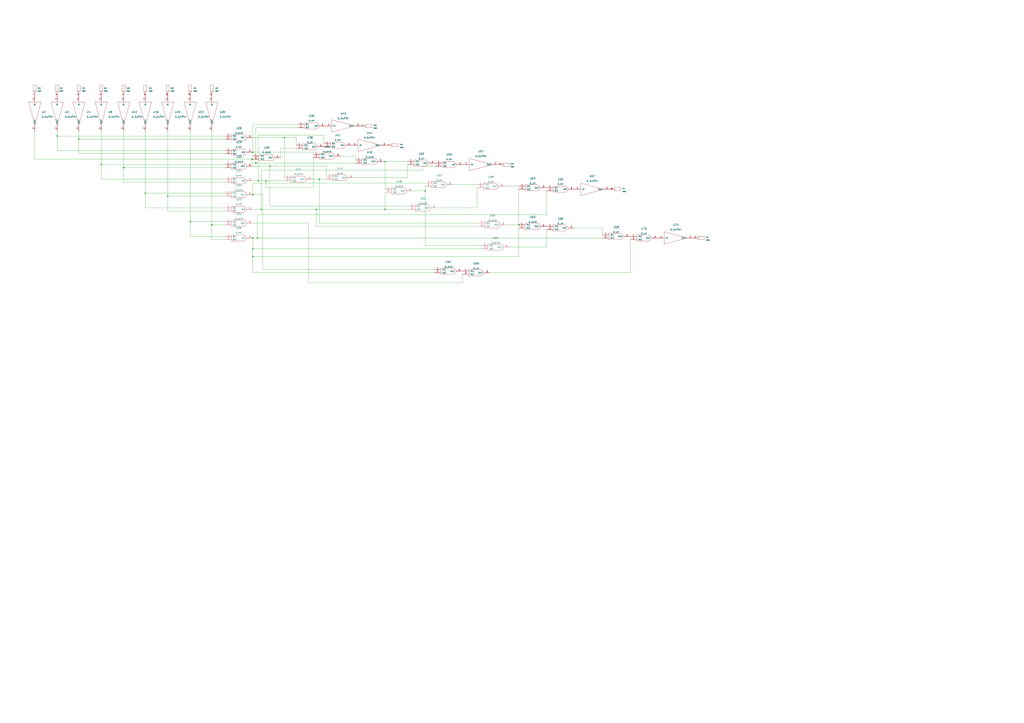
<source format=kicad_sch>
(kicad_sch (version 20211123) (generator eeschema)
  (paper "A1")
  (lib_symbols
    (symbol "eSim_Digital:d_and" (pin_names (offset 1.016))
      (property "Reference" "U" (at 0 0 0))
      (property "Value" "d_and" (at 1.27 2.54 0))
      (symbol "d_and_0_1"
        (polyline (pts (xy 3.81 -1.27) (xy -6.35 -1.27) (xy -6.35 3.81) (xy 3.81 3.81)))
        (arc (start 3.81 -1.27) (mid 5.5897 -0.5171) (end 6.35 1.27))
        (arc (start 6.35 1.27) (mid 5.5971 3.0497) (end 3.81 3.81))
      )
      (symbol "d_and_1_1"
        (pin input line (at -11.43 2.54 0) (length 5.08) (name "IN1") (number "1"))
        (pin input line (at -11.43 0 0) (length 5.08) (name "IN2") (number "2"))
        (pin output line (at 11.43 1.27 180) (length 5.08) (name "OUT") (number "3"))
      )
    )
    (symbol "eSim_Digital:d_buffer" (pin_names (offset 1.016))
      (property "Reference" "U" (at 0 -1.27 0))
      (property "Value" "d_buffer" (at 0 1.27 0))
      (symbol "d_buffer_0_1"
        (polyline (pts (xy -7.62 5.08) (xy -7.62 -5.08) (xy 11.43 0) (xy -7.62 5.08)))
      )
      (symbol "d_buffer_1_1"
        (pin input line (at -12.7 0 0) (length 5.08) (name "IN") (number "1"))
        (pin output line (at 16.51 0 180) (length 5.08) (name "OUT") (number "2"))
      )
    )
    (symbol "eSim_Digital:d_or" (pin_names (offset 1.016))
      (property "Reference" "U" (at 0 0 0))
      (property "Value" "d_or" (at 0 2.54 0))
      (symbol "d_or_0_1"
        (arc (start -6.35 -1.27) (mid -5.7504 1.27) (end -6.35 3.81))
        (polyline (pts (xy -6.35 -1.27) (xy 3.81 -1.27)))
        (polyline (pts (xy -6.35 3.81) (xy 3.81 3.81)))
        (arc (start 3.81 -1.27) (mid 5.3181 -0.2399) (end 6.35 1.27))
        (arc (start 6.35 1.27) (mid 5.2222 2.6828) (end 3.81 3.81))
      )
      (symbol "d_or_1_1"
        (pin input line (at -11.43 2.54 0) (length 5.461) (name "IN1") (number "1"))
        (pin input line (at -11.43 0 0) (length 5.461) (name "IN2") (number "2"))
        (pin output line (at 11.43 1.27 180) (length 5.08) (name "OUT") (number "3"))
      )
    )
    (symbol "eSim_Digital:d_xor" (pin_names (offset 1.016))
      (property "Reference" "U" (at 0 0 0))
      (property "Value" "d_xor" (at 1.27 2.54 0))
      (symbol "d_xor_0_1"
        (arc (start -6.35 -1.27) (mid -5.7504 1.27) (end -6.35 3.81))
        (arc (start -5.08 -1.27) (mid -4.3109 1.27) (end -5.08 3.81))
        (polyline (pts (xy 3.81 -1.27) (xy -5.08 -1.27)))
        (polyline (pts (xy 3.81 3.81) (xy -5.08 3.81)))
        (arc (start 3.81 -1.27) (mid 5.3181 -0.2399) (end 6.35 1.27))
        (arc (start 6.35 1.27) (mid 5.2222 2.6828) (end 3.81 3.81))
      )
      (symbol "d_xor_1_1"
        (pin input line (at -11.43 2.54 0) (length 5.461) (name "IN1") (number "1"))
        (pin input line (at -11.43 0 0) (length 5.461) (name "IN2") (number "2"))
        (pin output line (at 11.43 1.27 180) (length 5.08) (name "OUT") (number "3"))
      )
    )
    (symbol "eSim_Miscellaneous:PORT" (pin_names (offset 1.016))
      (property "Reference" "U" (at 1.27 2.54 0))
      (property "Value" "PORT" (at 0 0 0))
      (symbol "PORT_0_1"
        (rectangle (start -2.54 1.27) (end 2.54 -1.27))
        (arc (start 2.54 1.27) (mid 3.1355 0.5955) (end 3.81 0))
        (arc (start 3.81 0) (mid 3.1447 -0.6046) (end 2.54 -1.27))
      )
      (symbol "PORT_1_1"
        (pin bidirectional line (at 6.35 0 180) (length 2.54) (name "~") (number "1"))
      )
      (symbol "PORT_2_1"
        (pin bidirectional line (at 6.35 0 180) (length 2.54) (name "~") (number "2"))
      )
      (symbol "PORT_3_1"
        (pin bidirectional line (at 6.35 0 180) (length 2.54) (name "~") (number "3"))
      )
      (symbol "PORT_4_1"
        (pin bidirectional line (at 6.35 0 180) (length 2.54) (name "~") (number "4"))
      )
      (symbol "PORT_5_1"
        (pin bidirectional line (at 6.35 0 180) (length 2.54) (name "~") (number "5"))
      )
      (symbol "PORT_6_1"
        (pin bidirectional line (at 6.35 0 180) (length 2.54) (name "~") (number "6"))
      )
      (symbol "PORT_7_1"
        (pin bidirectional line (at 6.35 0 180) (length 2.54) (name "~") (number "7"))
      )
      (symbol "PORT_8_1"
        (pin bidirectional line (at 6.35 0 180) (length 2.54) (name "~") (number "8"))
      )
      (symbol "PORT_9_1"
        (pin bidirectional line (at 6.35 0 180) (length 2.54) (name "~") (number "9"))
      )
      (symbol "PORT_10_1"
        (pin bidirectional line (at 6.35 0 180) (length 2.54) (name "~") (number "10"))
      )
      (symbol "PORT_11_1"
        (pin bidirectional line (at 6.35 0 180) (length 2.54) (name "~") (number "11"))
      )
      (symbol "PORT_12_1"
        (pin bidirectional line (at 6.35 0 180) (length 2.54) (name "~") (number "12"))
      )
      (symbol "PORT_13_1"
        (pin bidirectional line (at 6.35 0 180) (length 2.54) (name "~") (number "13"))
      )
      (symbol "PORT_14_1"
        (pin bidirectional line (at 6.35 0 180) (length 2.54) (name "~") (number "14"))
      )
      (symbol "PORT_15_1"
        (pin bidirectional line (at 6.35 0 180) (length 2.54) (name "~") (number "15"))
      )
      (symbol "PORT_16_1"
        (pin bidirectional line (at 6.35 0 180) (length 2.54) (name "~") (number "16"))
      )
      (symbol "PORT_17_1"
        (pin bidirectional line (at 6.35 0 180) (length 2.54) (name "~") (number "17"))
      )
      (symbol "PORT_18_1"
        (pin bidirectional line (at 6.35 0 180) (length 2.54) (name "~") (number "18"))
      )
      (symbol "PORT_19_1"
        (pin bidirectional line (at 6.35 0 180) (length 2.54) (name "~") (number "19"))
      )
      (symbol "PORT_20_1"
        (pin bidirectional line (at 6.35 0 180) (length 2.54) (name "~") (number "20"))
      )
      (symbol "PORT_21_1"
        (pin bidirectional line (at 6.35 0 180) (length 2.54) (name "~") (number "21"))
      )
      (symbol "PORT_22_1"
        (pin bidirectional line (at 6.35 0 180) (length 2.54) (name "~") (number "22"))
      )
      (symbol "PORT_23_1"
        (pin bidirectional line (at 6.35 0 180) (length 2.54) (name "~") (number "23"))
      )
      (symbol "PORT_24_1"
        (pin bidirectional line (at 6.35 0 180) (length 2.54) (name "~") (number "24"))
      )
      (symbol "PORT_25_1"
        (pin bidirectional line (at 6.35 0 180) (length 2.54) (name "~") (number "25"))
      )
      (symbol "PORT_26_1"
        (pin bidirectional line (at 6.35 0 180) (length 2.54) (name "~") (number "26"))
      )
    )
  )
  (junction (at 262.255 147.32))
  (junction (at 207.645 210.82))
  (junction (at 218.44 148.59))
  (junction (at 83.185 135.255))
  (junction (at 221.615 136.525))
  (junction (at 119.38 158.75))
  (junction (at 64.77 114.3))
  (junction (at 207.645 195.58))
  (junction (at 212.09 148.59))
  (junction (at 173.99 184.785))
  (junction (at 210.185 133.985))
  (junction (at 207.01 130.81))
  (junction (at 207.645 125.095))
  (junction (at 46.99 111.76))
  (junction (at 156.21 182.245))
  (junction (at 101.6 137.795))
  (junction (at 207.645 204.47))
  (junction (at 316.23 172.085))
  (junction (at 316.23 132.715))
  (junction (at 426.085 184.785))
  (junction (at 349.25 156.845))
  (junction (at 259.715 172.085))
  (junction (at 137.795 161.29))
  (junction (at 211.455 195.58))
  (junction (at 233.68 113.03))
  (junction (at 207.645 160.02))
  (junction (at 214.63 172.085))
  (wire (pts (xy 184.785 126.365) (xy 64.77 126.365)))
  (wire (pts (xy 262.255 147.32) (xy 256.54 147.32)))
  (wire (pts (xy 207.645 195.58) (xy 207.645 204.47)))
  (wire (pts (xy 316.23 132.715) (xy 314.96 132.715)))
  (wire (pts (xy 426.085 153.035) (xy 414.655 153.035)))
  (wire (pts (xy 218.44 154.305) (xy 218.44 148.59)))
  (wire (pts (xy 395.605 201.93) (xy 349.25 201.93)))
  (wire (pts (xy 212.09 148.59) (xy 218.44 148.59)))
  (wire (pts (xy 257.175 129.54) (xy 257.175 154.305)))
  (wire (pts (xy 316.23 158.115) (xy 316.23 172.085)))
  (wire (pts (xy 156.21 182.245) (xy 156.21 194.31)))
  (wire (pts (xy 184.785 111.76) (xy 46.99 111.76)))
  (wire (pts (xy 253.365 183.515) (xy 253.365 232.41)))
  (wire (pts (xy 349.25 153.035) (xy 349.25 156.845)))
  (wire (pts (xy 253.365 232.41) (xy 379.73 232.41)))
  (wire (pts (xy 316.23 172.085) (xy 335.915 172.085)))
  (wire (pts (xy 415.925 184.785) (xy 426.085 184.785)))
  (wire (pts (xy 207.645 136.525) (xy 221.615 136.525)))
  (wire (pts (xy 184.785 170.815) (xy 119.38 170.815)))
  (wire (pts (xy 267.97 147.32) (xy 262.255 147.32)))
  (wire (pts (xy 184.785 184.785) (xy 173.99 184.785)))
  (wire (pts (xy 262.255 147.32) (xy 262.255 183.515)))
  (wire (pts (xy 46.99 107.95) (xy 46.99 111.76)))
  (wire (pts (xy 262.255 183.515) (xy 393.065 183.515)))
  (wire (pts (xy 426.085 187.325) (xy 426.085 210.82)))
  (wire (pts (xy 379.73 225.425) (xy 379.73 232.41)))
  (wire (pts (xy 210.185 133.985) (xy 292.1 133.985)))
  (wire (pts (xy 267.97 136.525) (xy 267.97 144.78)))
  (wire (pts (xy 207.645 172.085) (xy 214.63 172.085)))
  (wire (pts (xy 494.665 187.325) (xy 494.665 193.04)))
  (wire (pts (xy 257.175 127) (xy 257.175 125.095)))
  (wire (pts (xy 230.505 129.54) (xy 230.505 121.92)))
  (wire (pts (xy 214.63 172.085) (xy 259.715 172.085)))
  (wire (pts (xy 259.715 172.085) (xy 316.23 172.085)))
  (wire (pts (xy 184.785 161.29) (xy 137.795 161.29)))
  (wire (pts (xy 207.645 183.515) (xy 253.365 183.515)))
  (wire (pts (xy 119.38 158.75) (xy 119.38 170.815)))
  (wire (pts (xy 101.6 107.95) (xy 101.6 137.795)))
  (wire (pts (xy 83.185 135.255) (xy 83.185 147.32)))
  (wire (pts (xy 207.01 130.81) (xy 28.575 130.81)))
  (wire (pts (xy 334.645 146.05) (xy 334.645 135.255)))
  (wire (pts (xy 335.915 169.545) (xy 221.615 169.545)))
  (wire (pts (xy 46.99 111.76) (xy 46.99 123.825)))
  (wire (pts (xy 207.645 102.235) (xy 207.645 125.095)))
  (wire (pts (xy 316.23 132.715) (xy 316.23 155.575)))
  (wire (pts (xy 119.38 107.95) (xy 119.38 158.75)))
  (wire (pts (xy 357.505 136.525) (xy 347.345 136.525)))
  (wire (pts (xy 233.68 113.03) (xy 233.68 146.05)))
  (wire (pts (xy 184.785 158.75) (xy 119.38 158.75)))
  (wire (pts (xy 215.9 221.615) (xy 215.9 160.02)))
  (wire (pts (xy 184.785 194.31) (xy 156.21 194.31)))
  (wire (pts (xy 244.475 104.775) (xy 210.185 104.775)))
  (wire (pts (xy 230.505 121.92) (xy 243.205 121.92)))
  (wire (pts (xy 280.035 128.27) (xy 292.1 128.27)))
  (wire (pts (xy 244.475 102.235) (xy 207.645 102.235)))
  (wire (pts (xy 292.1 128.27) (xy 292.1 131.445)))
  (wire (pts (xy 391.795 151.765) (xy 372.11 151.765)))
  (wire (pts (xy 426.085 184.785) (xy 426.085 155.575)))
  (wire (pts (xy 448.945 176.53) (xy 211.455 176.53)))
  (wire (pts (xy 184.785 123.825) (xy 46.99 123.825)))
  (wire (pts (xy 64.77 107.95) (xy 64.77 114.3)))
  (wire (pts (xy 517.525 224.155) (xy 517.525 196.85)))
  (wire (pts (xy 221.615 169.545) (xy 221.615 136.525)))
  (wire (pts (xy 259.715 186.055) (xy 259.715 172.085)))
  (wire (pts (xy 207.645 113.03) (xy 233.68 113.03)))
  (wire (pts (xy 418.465 203.2) (xy 448.945 203.2)))
  (wire (pts (xy 211.455 195.58) (xy 494.665 195.58)))
  (wire (pts (xy 243.205 113.03) (xy 243.205 119.38)))
  (wire (pts (xy 448.945 156.845) (xy 448.945 176.53)))
  (wire (pts (xy 290.83 146.05) (xy 334.645 146.05)))
  (wire (pts (xy 347.345 136.525) (xy 347.345 139.7)))
  (wire (pts (xy 214.63 139.7) (xy 214.63 172.085)))
  (wire (pts (xy 395.605 204.47) (xy 207.645 204.47)))
  (wire (pts (xy 64.77 114.3) (xy 64.77 126.365)))
  (wire (pts (xy 207.645 125.095) (xy 257.175 125.095)))
  (wire (pts (xy 347.345 139.7) (xy 214.63 139.7)))
  (wire (pts (xy 207.645 210.82) (xy 207.645 224.155)))
  (wire (pts (xy 349.25 150.495) (xy 207.645 150.495)))
  (wire (pts (xy 266.065 111.125) (xy 212.09 111.125)))
  (wire (pts (xy 156.21 107.95) (xy 156.21 182.245)))
  (wire (pts (xy 339.09 156.845) (xy 349.25 156.845)))
  (wire (pts (xy 64.77 114.3) (xy 184.785 114.3)))
  (wire (pts (xy 402.59 224.155) (xy 517.525 224.155)))
  (wire (pts (xy 334.645 132.715) (xy 316.23 132.715)))
  (wire (pts (xy 184.785 137.795) (xy 101.6 137.795)))
  (wire (pts (xy 207.01 133.985) (xy 210.185 133.985)))
  (wire (pts (xy 184.785 196.85) (xy 173.99 196.85)))
  (wire (pts (xy 356.87 224.155) (xy 207.645 224.155)))
  (wire (pts (xy 211.455 176.53) (xy 211.455 195.58)))
  (wire (pts (xy 391.795 170.815) (xy 391.795 154.305)))
  (wire (pts (xy 207.645 150.495) (xy 207.645 160.02)))
  (wire (pts (xy 471.805 187.325) (xy 494.665 187.325)))
  (wire (pts (xy 173.99 107.95) (xy 173.99 184.785)))
  (wire (pts (xy 233.68 113.03) (xy 243.205 113.03)))
  (wire (pts (xy 207.645 148.59) (xy 212.09 148.59)))
  (wire (pts (xy 207.645 130.81) (xy 207.01 130.81)))
  (wire (pts (xy 207.01 130.81) (xy 207.01 133.985)))
  (wire (pts (xy 137.795 161.29) (xy 137.795 173.355)))
  (wire (pts (xy 426.085 210.82) (xy 207.645 210.82)))
  (wire (pts (xy 28.575 107.95) (xy 28.575 130.81)))
  (wire (pts (xy 221.615 136.525) (xy 267.97 136.525)))
  (wire (pts (xy 266.065 111.125) (xy 266.065 118.11)))
  (wire (pts (xy 218.44 148.59) (xy 233.68 148.59)))
  (wire (pts (xy 137.795 107.95) (xy 137.795 161.29)))
  (wire (pts (xy 101.6 137.795) (xy 101.6 149.86)))
  (wire (pts (xy 184.785 135.255) (xy 83.185 135.255)))
  (wire (pts (xy 184.785 147.32) (xy 83.185 147.32)))
  (wire (pts (xy 184.785 173.355) (xy 137.795 173.355)))
  (wire (pts (xy 356.87 221.615) (xy 215.9 221.615)))
  (wire (pts (xy 173.99 184.785) (xy 173.99 196.85)))
  (wire (pts (xy 184.785 149.86) (xy 101.6 149.86)))
  (wire (pts (xy 207.645 128.27) (xy 207.645 125.095)))
  (wire (pts (xy 349.25 156.845) (xy 349.25 201.93)))
  (wire (pts (xy 358.775 170.815) (xy 391.795 170.815)))
  (wire (pts (xy 184.785 182.245) (xy 156.21 182.245)))
  (wire (pts (xy 83.185 107.95) (xy 83.185 135.255)))
  (wire (pts (xy 207.645 204.47) (xy 207.645 210.82)))
  (wire (pts (xy 448.945 188.595) (xy 448.945 203.2)))
  (wire (pts (xy 212.09 111.125) (xy 212.09 148.59)))
  (wire (pts (xy 393.065 186.055) (xy 259.715 186.055)))
  (wire (pts (xy 257.175 154.305) (xy 218.44 154.305)))
  (wire (pts (xy 207.645 195.58) (xy 211.455 195.58)))
  (wire (pts (xy 210.185 104.775) (xy 210.185 133.985)))
  (wire (pts (xy 215.9 160.02) (xy 207.645 160.02)))
  (symbol (lib_id "eSim_Miscellaneous:PORT") (at 507.365 155.575 180) (unit 10)
    (property "Reference" "U1" (at 511.175 154.94 0) (effects (font (size 0.762 0.762)) (justify right)))
    (property "Value" "PORT" (at 511.175 157.48 0) (effects (font (size 0.762 0.762)) (justify right)))
  )
  (symbol (lib_id "eSim_Digital:d_xor") (at 196.215 196.85 0) (unit 1)
    (property "Reference" "U35" (at 196.215 187.325 0) (effects (font (size 1.524 1.524))))
    (property "Value" "d_xor" (at 196.215 191.135 0) (effects (font (size 1.1938 1.1938))))
  )
  (symbol (lib_id "eSim_Digital:d_or") (at 403.225 154.305 0) (unit 1)
    (property "Reference" "U58" (at 403.225 145.415 0) (effects (font (size 1.524 1.524))))
    (property "Value" "d_or" (at 403.225 149.225 0) (effects (font (size 1.524 1.524))))
  )
  (symbol (lib_id "eSim_Digital:d_xor") (at 196.215 126.365 0) (unit 1)
    (property "Reference" "U29" (at 196.215 116.84 0) (effects (font (size 1.524 1.524))))
    (property "Value" "d_xor" (at 196.215 120.65 0) (effects (font (size 1.1938 1.1938))))
  )
  (symbol (lib_id "eSim_Digital:d_xor") (at 368.935 136.525 0) (unit 1)
    (property "Reference" "U55" (at 368.935 127 0) (effects (font (size 1.524 1.524))))
    (property "Value" "d_xor" (at 368.935 130.81 0) (effects (font (size 1.1938 1.1938))))
  )
  (symbol (lib_id "eSim_Digital:d_buffer") (at 301.625 119.38 0) (unit 1)
    (property "Reference" "U44" (at 303.53 109.22 0) (effects (font (size 1.524 1.524))))
    (property "Value" "d_buffer" (at 303.53 113.03 0) (effects (font (size 1.524 1.524))))
  )
  (symbol (lib_id "eSim_Miscellaneous:PORT") (at 119.38 72.39 270) (unit 14)
    (property "Reference" "U1" (at 122.301 72.39 90) (effects (font (size 0.762 0.762)) (justify left)))
    (property "Value" "PORT" (at 122.301 74.93 90) (effects (font (size 0.762 0.762)) (justify left)))
  )
  (symbol (lib_id "eSim_Digital:d_or") (at 506.095 195.58 0) (unit 1)
    (property "Reference" "U68" (at 506.095 186.69 0) (effects (font (size 1.524 1.524))))
    (property "Value" "d_or" (at 506.095 190.5 0) (effects (font (size 1.524 1.524))))
  )
  (symbol (lib_id "eSim_Digital:d_buffer") (at 64.77 91.44 270) (unit 1)
    (property "Reference" "U4" (at 71.12 92.075 90) (effects (font (size 1.524 1.524)) (justify left)))
    (property "Value" "d_buffer" (at 71.12 95.885 90) (effects (font (size 1.524 1.524)) (justify left)))
  )
  (symbol (lib_id "eSim_Digital:d_and") (at 347.345 172.085 0) (unit 1)
    (property "Reference" "U52" (at 347.345 163.195 0) (effects (font (size 1.524 1.524))))
    (property "Value" "d_and" (at 347.345 167.005 0) (effects (font (size 1.524 1.524))))
  )
  (symbol (lib_id "eSim_Digital:d_buffer") (at 173.99 91.44 270) (unit 1)
    (property "Reference" "U26" (at 180.34 92.075 90) (effects (font (size 1.524 1.524)) (justify left)))
    (property "Value" "d_buffer" (at 180.34 95.885 90) (effects (font (size 1.524 1.524)) (justify left)))
  )
  (symbol (lib_id "eSim_Miscellaneous:PORT") (at 28.575 72.39 270) (unit 7)
    (property "Reference" "U1" (at 30.861 72.39 90) (effects (font (size 0.762 0.762)) (justify left)))
    (property "Value" "PORT" (at 30.861 74.93 90) (effects (font (size 0.762 0.762)) (justify left)))
  )
  (symbol (lib_id "eSim_Digital:d_xor") (at 277.495 120.65 0) (unit 1)
    (property "Reference" "U41" (at 277.495 111.125 0) (effects (font (size 1.524 1.524))))
    (property "Value" "d_xor" (at 277.495 114.935 0) (effects (font (size 1.1938 1.1938))))
  )
  (symbol (lib_id "eSim_Digital:d_or") (at 279.4 147.32 0) (unit 1)
    (property "Reference" "U42" (at 279.4 138.43 0) (effects (font (size 1.524 1.524))))
    (property "Value" "d_or" (at 279.4 142.24 0) (effects (font (size 1.524 1.524))))
  )
  (symbol (lib_id "eSim_Miscellaneous:PORT") (at 324.485 119.38 180) (unit 1)
    (property "Reference" "U1" (at 328.549 118.745 0) (effects (font (size 0.762 0.762)) (justify right)))
    (property "Value" "PORT" (at 328.549 121.285 0) (effects (font (size 0.762 0.762)) (justify right)))
  )
  (symbol (lib_id "eSim_Digital:d_and") (at 196.215 114.3 0) (unit 1)
    (property "Reference" "U28" (at 196.215 105.41 0) (effects (font (size 1.524 1.524))))
    (property "Value" "d_and" (at 196.215 109.22 0) (effects (font (size 1.524 1.524))))
  )
  (symbol (lib_id "eSim_Digital:d_buffer") (at 280.035 103.505 0) (unit 1)
    (property "Reference" "U43" (at 281.94 93.345 0) (effects (font (size 1.524 1.524))))
    (property "Value" "d_buffer" (at 281.94 97.155 0) (effects (font (size 1.524 1.524))))
  )
  (symbol (lib_id "eSim_Digital:d_and") (at 303.53 133.985 0) (unit 1)
    (property "Reference" "U45" (at 303.53 125.095 0) (effects (font (size 1.524 1.524))))
    (property "Value" "d_and" (at 303.53 128.905 0) (effects (font (size 1.524 1.524))))
  )
  (symbol (lib_id "eSim_Digital:d_and") (at 437.515 187.325 0) (unit 1)
    (property "Reference" "U63" (at 437.515 178.435 0) (effects (font (size 1.524 1.524))))
    (property "Value" "d_and" (at 437.515 182.245 0) (effects (font (size 1.524 1.524))))
  )
  (symbol (lib_id "eSim_Digital:d_and") (at 219.075 130.81 0) (unit 1)
    (property "Reference" "U36" (at 219.075 121.285 0) (effects (font (size 1.524 1.524))))
    (property "Value" "d_and" (at 219.075 125.095 0) (effects (font (size 1.524 1.524))))
  )
  (symbol (lib_id "eSim_Digital:d_or") (at 254.635 121.92 0) (unit 1)
    (property "Reference" "U38" (at 254.635 113.03 0) (effects (font (size 1.524 1.524))))
    (property "Value" "d_or" (at 254.635 116.84 0) (effects (font (size 1.524 1.524))))
  )
  (symbol (lib_id "eSim_Miscellaneous:PORT") (at 173.99 72.39 270) (unit 11)
    (property "Reference" "U1" (at 176.784 72.39 90) (effects (font (size 0.762 0.762)) (justify left)))
    (property "Value" "PORT" (at 176.784 74.93 90) (effects (font (size 0.762 0.762)) (justify left)))
  )
  (symbol (lib_id "eSim_Miscellaneous:PORT") (at 83.185 72.39 270) (unit 3)
    (property "Reference" "U1" (at 85.344 72.39 90) (effects (font (size 0.762 0.762)) (justify left)))
    (property "Value" "PORT" (at 85.344 74.93 90) (effects (font (size 0.762 0.762)) (justify left)))
  )
  (symbol (lib_id "eSim_Miscellaneous:PORT") (at 137.795 72.39 270) (unit 15)
    (property "Reference" "U1" (at 140.208 72.39 90) (effects (font (size 0.762 0.762)) (justify left)))
    (property "Value" "PORT" (at 140.208 74.93 90) (effects (font (size 0.762 0.762)) (justify left)))
  )
  (symbol (lib_id "eSim_Miscellaneous:PORT") (at 64.77 72.39 270) (unit 6)
    (property "Reference" "U1" (at 67.437 72.39 90) (effects (font (size 0.762 0.762)) (justify left)))
    (property "Value" "PORT" (at 67.437 74.93 90) (effects (font (size 0.762 0.762)) (justify left)))
  )
  (symbol (lib_id "eSim_Digital:d_buffer") (at 46.99 91.44 270) (unit 1)
    (property "Reference" "U3" (at 53.34 92.075 90) (effects (font (size 1.524 1.524)) (justify left)))
    (property "Value" "d_buffer" (at 53.34 95.885 90) (effects (font (size 1.524 1.524)) (justify left)))
  )
  (symbol (lib_id "eSim_Digital:d_buffer") (at 83.185 91.44 270) (unit 1)
    (property "Reference" "U8" (at 88.9 92.075 90) (effects (font (size 1.524 1.524)) (justify left)))
    (property "Value" "d_buffer" (at 88.9 95.885 90) (effects (font (size 1.524 1.524)) (justify left)))
  )
  (symbol (lib_id "eSim_Digital:d_and") (at 196.215 184.785 0) (unit 1)
    (property "Reference" "U34" (at 196.215 175.895 0) (effects (font (size 1.524 1.524))))
    (property "Value" "d_and" (at 196.215 179.705 0) (effects (font (size 1.524 1.524))))
  )
  (symbol (lib_id "eSim_Digital:d_or") (at 460.375 188.595 0) (unit 1)
    (property "Reference" "U66" (at 460.375 179.705 0) (effects (font (size 1.524 1.524))))
    (property "Value" "d_or" (at 460.375 183.515 0) (effects (font (size 1.524 1.524))))
  )
  (symbol (lib_id "eSim_Digital:d_and") (at 196.215 137.795 0) (unit 1)
    (property "Reference" "U30" (at 196.215 128.905 0) (effects (font (size 1.524 1.524))))
    (property "Value" "d_and" (at 196.215 132.715 0) (effects (font (size 1.524 1.524))))
  )
  (symbol (lib_id "eSim_Digital:d_buffer") (at 119.38 91.44 270) (unit 1)
    (property "Reference" "U16" (at 125.73 92.075 90) (effects (font (size 1.524 1.524)) (justify left)))
    (property "Value" "d_buffer" (at 125.73 95.885 90) (effects (font (size 1.524 1.524)) (justify left)))
  )
  (symbol (lib_id "eSim_Digital:d_or") (at 528.955 196.85 0) (unit 1)
    (property "Reference" "U70" (at 528.955 187.96 0) (effects (font (size 1.524 1.524))))
    (property "Value" "d_or" (at 528.955 191.77 0) (effects (font (size 1.524 1.524))))
  )
  (symbol (lib_id "eSim_Miscellaneous:PORT") (at 575.945 195.58 180) (unit 9)
    (property "Reference" "U1" (at 579.755 194.945 0) (effects (font (size 0.762 0.762)) (justify right)))
    (property "Value" "PORT" (at 579.755 197.485 0) (effects (font (size 0.762 0.762)) (justify right)))
  )
  (symbol (lib_id "eSim_Digital:d_buffer") (at 101.6 91.44 270) (unit 1)
    (property "Reference" "U12" (at 107.95 92.075 90) (effects (font (size 1.524 1.524)) (justify left)))
    (property "Value" "d_buffer" (at 107.95 95.885 90) (effects (font (size 1.524 1.524)) (justify left)))
  )
  (symbol (lib_id "eSim_Digital:d_buffer") (at 137.795 91.44 270) (unit 1)
    (property "Reference" "U20" (at 143.51 92.075 90) (effects (font (size 1.524 1.524)) (justify left)))
    (property "Value" "d_buffer" (at 143.51 95.885 90) (effects (font (size 1.524 1.524)) (justify left)))
  )
  (symbol (lib_id "eSim_Digital:d_and") (at 368.3 224.155 0) (unit 1)
    (property "Reference" "U54" (at 368.3 215.265 0) (effects (font (size 1.524 1.524))))
    (property "Value" "d_and" (at 368.3 219.075 0) (effects (font (size 1.524 1.524))))
  )
  (symbol (lib_id "eSim_Miscellaneous:PORT") (at 415.925 135.255 180) (unit 13)
    (property "Reference" "U1" (at 419.354 134.62 0) (effects (font (size 0.762 0.762)) (justify right)))
    (property "Value" "PORT" (at 419.354 137.16 0) (effects (font (size 0.762 0.762)) (justify right)))
  )
  (symbol (lib_id "eSim_Digital:d_xor") (at 255.905 104.775 0) (unit 1)
    (property "Reference" "U39" (at 255.905 95.25 0) (effects (font (size 1.524 1.524))))
    (property "Value" "d_xor" (at 255.905 99.06 0) (effects (font (size 1.1938 1.1938))))
  )
  (symbol (lib_id "eSim_Digital:d_xor") (at 196.215 149.86 0) (unit 1)
    (property "Reference" "U31" (at 196.215 140.335 0) (effects (font (size 1.524 1.524))))
    (property "Value" "d_xor" (at 196.215 144.145 0) (effects (font (size 1.1938 1.1938))))
  )
  (symbol (lib_id "eSim_Digital:d_xor") (at 460.375 156.845 0) (unit 1)
    (property "Reference" "U65" (at 460.375 147.32 0) (effects (font (size 1.524 1.524))))
    (property "Value" "d_xor" (at 460.375 151.13 0) (effects (font (size 1.1938 1.1938))))
  )
  (symbol (lib_id "eSim_Digital:d_or") (at 437.515 155.575 0) (unit 1)
    (property "Reference" "U62" (at 437.515 146.685 0) (effects (font (size 1.524 1.524))))
    (property "Value" "d_or" (at 437.515 150.495 0) (effects (font (size 1.524 1.524))))
  )
  (symbol (lib_id "eSim_Digital:d_buffer") (at 484.505 155.575 0) (unit 1)
    (property "Reference" "U67" (at 486.41 144.78 0) (effects (font (size 1.524 1.524))))
    (property "Value" "d_buffer" (at 486.41 148.59 0) (effects (font (size 1.524 1.524))))
  )
  (symbol (lib_id "eSim_Digital:d_or") (at 360.68 153.035 0) (unit 1)
    (property "Reference" "U53" (at 360.68 144.145 0) (effects (font (size 1.524 1.524))))
    (property "Value" "d_or" (at 360.68 147.955 0) (effects (font (size 1.524 1.524))))
  )
  (symbol (lib_id "eSim_Digital:d_xor") (at 196.215 173.355 0) (unit 1)
    (property "Reference" "U33" (at 196.215 163.83 0) (effects (font (size 1.524 1.524))))
    (property "Value" "d_xor" (at 196.215 167.64 0) (effects (font (size 1.1938 1.1938))))
  )
  (symbol (lib_id "eSim_Digital:d_buffer") (at 553.085 195.58 0) (unit 1)
    (property "Reference" "U72" (at 554.99 184.785 0) (effects (font (size 1.524 1.524))))
    (property "Value" "d_buffer" (at 554.99 188.595 0) (effects (font (size 1.524 1.524))))
  )
  (symbol (lib_id "eSim_Digital:d_buffer") (at 156.21 91.44 270) (unit 1)
    (property "Reference" "U23" (at 162.56 92.075 90) (effects (font (size 1.524 1.524)) (justify left)))
    (property "Value" "d_buffer" (at 162.56 95.885 90) (effects (font (size 1.524 1.524)) (justify left)))
  )
  (symbol (lib_id "eSim_Digital:d_and") (at 407.035 204.47 0) (unit 1)
    (property "Reference" "U60" (at 407.035 195.58 0) (effects (font (size 1.524 1.524))))
    (property "Value" "d_and" (at 407.035 199.39 0) (effects (font (size 1.524 1.524))))
  )
  (symbol (lib_id "eSim_Digital:d_and") (at 196.215 161.29 0) (unit 1)
    (property "Reference" "U32" (at 196.215 152.4 0) (effects (font (size 1.524 1.524))))
    (property "Value" "d_and" (at 196.215 156.21 0) (effects (font (size 1.524 1.524))))
  )
  (symbol (lib_id "eSim_Miscellaneous:PORT") (at 302.895 103.505 180) (unit 4)
    (property "Reference" "U1" (at 306.832 102.87 0) (effects (font (size 0.762 0.762)) (justify right)))
    (property "Value" "PORT" (at 306.832 105.41 0) (effects (font (size 0.762 0.762)) (justify right)))
  )
  (symbol (lib_id "eSim_Digital:d_buffer") (at 393.065 135.255 0) (unit 1)
    (property "Reference" "U57" (at 394.97 124.46 0) (effects (font (size 1.524 1.524))))
    (property "Value" "d_buffer" (at 394.97 128.27 0) (effects (font (size 1.524 1.524))))
  )
  (symbol (lib_id "eSim_Digital:d_buffer") (at 28.575 91.44 270) (unit 1)
    (property "Reference" "U2" (at 34.29 92.075 90) (effects (font (size 1.524 1.524)) (justify left)))
    (property "Value" "d_buffer" (at 34.29 95.885 90) (effects (font (size 1.524 1.524)) (justify left)))
  )
  (symbol (lib_id "eSim_Digital:d_or") (at 391.16 225.425 0) (unit 1)
    (property "Reference" "U56" (at 391.16 216.535 0) (effects (font (size 1.524 1.524))))
    (property "Value" "d_or" (at 391.16 220.345 0) (effects (font (size 1.524 1.524))))
  )
  (symbol (lib_id "eSim_Digital:d_and") (at 327.66 158.115 0) (unit 1)
    (property "Reference" "U48" (at 327.66 149.225 0) (effects (font (size 1.524 1.524))))
    (property "Value" "d_and" (at 327.66 153.035 0) (effects (font (size 1.524 1.524))))
  )
  (symbol (lib_id "eSim_Digital:d_and") (at 268.605 129.54 0) (unit 1)
    (property "Reference" "U40" (at 268.605 120.65 0) (effects (font (size 1.524 1.524))))
    (property "Value" "d_and" (at 268.605 124.46 0) (effects (font (size 1.524 1.524))))
  )
  (symbol (lib_id "eSim_Miscellaneous:PORT") (at 46.99 72.39 270) (unit 5)
    (property "Reference" "U1" (at 49.022 72.39 90) (effects (font (size 0.762 0.762)) (justify left)))
    (property "Value" "PORT" (at 49.022 74.93 90) (effects (font (size 0.762 0.762)) (justify left)))
  )
  (symbol (lib_id "eSim_Miscellaneous:PORT") (at 101.6 72.39 270) (unit 2)
    (property "Reference" "U1" (at 104.013 72.39 90) (effects (font (size 0.762 0.762)) (justify left)))
    (property "Value" "PORT" (at 104.013 74.93 90) (effects (font (size 0.762 0.762)) (justify left)))
  )
  (symbol (lib_id "eSim_Miscellaneous:PORT") (at 156.21 72.39 270) (unit 12)
    (property "Reference" "U1" (at 159.004 72.39 90) (effects (font (size 0.762 0.762)) (justify left)))
    (property "Value" "PORT" (at 159.004 74.93 90) (effects (font (size 0.762 0.762)) (justify left)))
  )
  (symbol (lib_id "eSim_Digital:d_and") (at 404.495 186.055 0) (unit 1)
    (property "Reference" "U59" (at 404.495 177.165 0) (effects (font (size 1.524 1.524))))
    (property "Value" "d_and" (at 404.495 180.975 0) (effects (font (size 1.524 1.524))))
  )
  (symbol (lib_id "eSim_Digital:d_or") (at 346.075 135.255 0) (unit 1)
    (property "Reference" "U50" (at 346.075 126.365 0) (effects (font (size 1.524 1.524))))
    (property "Value" "d_or" (at 346.075 130.175 0) (effects (font (size 1.524 1.524))))
  )
  (symbol (lib_id "eSim_Digital:d_and") (at 245.11 148.59 0) (unit 1)
    (property "Reference" "U37" (at 245.11 139.065 0) (effects (font (size 1.524 1.524))))
    (property "Value" "d_and" (at 245.11 142.875 0) (effects (font (size 1.524 1.524))))
  )
)
</source>
